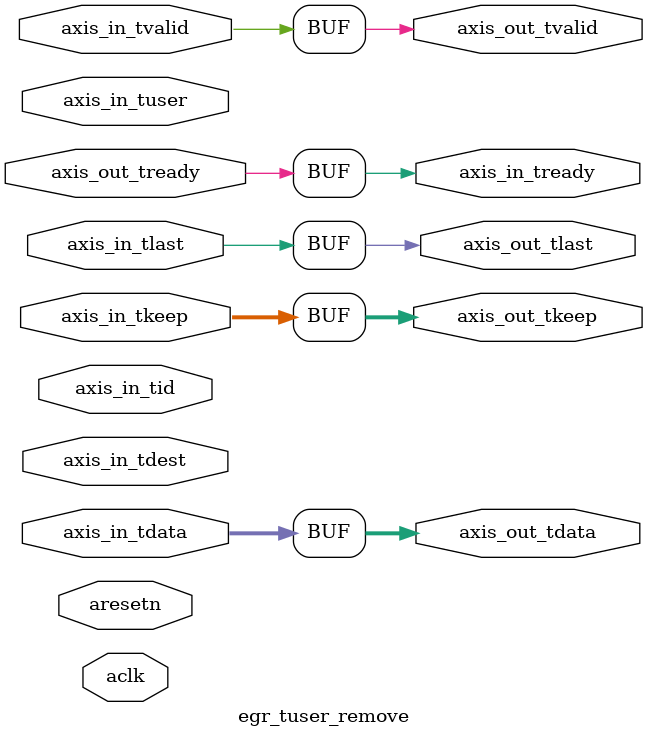
<source format=sv>
`timescale 1ns / 1ps
`default_nettype none


module egr_tuser_remove
#(
    //AXI Stream Params
    parameter AXIS_BUS_WIDTH = 64,
    parameter AXIS_ID_WIDTH = 4,
    parameter AXIS_DEST_WIDTH = 0
)
(
    //Input AXI stream
    input wire [AXIS_BUS_WIDTH-1:0]       axis_in_tdata,
    input wire [0:0]                      axis_in_tuser,
    input wire [((AXIS_ID_WIDTH<1)?1:AXIS_ID_WIDTH)-1:0]        
                                          axis_in_tid,
    input wire [((AXIS_DEST_WIDTH<1)?1:AXIS_DEST_WIDTH)-1:0]
                                          axis_in_tdest,                                          
    input wire [(AXIS_BUS_WIDTH/8)-1:0]   axis_in_tkeep,
    input wire                            axis_in_tlast,
    input wire                            axis_in_tvalid,
    output wire                           axis_in_tready,
    
    //Output AXI stream
    output wire [AXIS_BUS_WIDTH-1:0]      axis_out_tdata,                                          
    output wire [(AXIS_BUS_WIDTH/8)-1:0]  axis_out_tkeep,
    output wire                           axis_out_tlast,
    output wire                           axis_out_tvalid,
    input wire                            axis_out_tready,

    //Clocking (unused)
    input wire  aclk,
    input wire  aresetn
);

    //--------------------------------------------------------//
    //   Connect signals, swap tuser and tdest                //
    //--------------------------------------------------------//

    assign axis_out_tdata = axis_in_tdata;
    assign axis_out_tkeep = axis_in_tkeep;
    assign axis_out_tlast = axis_in_tlast;
    assign axis_out_tvalid = axis_in_tvalid;
    assign axis_in_tready = axis_out_tready;



endmodule

`default_nettype wire
</source>
